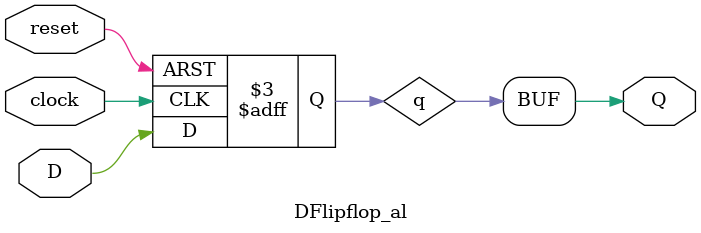
<source format=v>
`timescale 1ns / 1ns 


//this is are library aim to help Enum[E241 labs
//made by Kevin Xu and Linda Yu



//this module is use to display Hex number on the 7 segment display on DE-1
//num is a 4 bit input for a 4 bit(0 to 15) number to be displayed and hex is 
//a 7 bit out put intended to connect to each segment of a display
module bithex(num,hex); 
	input [3:0] num;
	output [6:0] hex;
	
	assign hex[0] = (~num[3] & ~num[2] & ~num[1] & num[0]) | (~num[3] & num[2]& ~num[1] & ~num[0]) 
		| (num[3]& ~num[2] & num[1] & num[0]) | (num[3] & num[2] & ~num[1] & num[0]);
	assign hex[1] = (~num[3] & num[2] & ~num[1] & num[0]) | (~num[3] & num[2] & num[1] & ~num[0]) 
		| (num[3] & ~num[2] & num[1] & num[0]) | (num[3] & num[2] & ~num[1] & ~num[0] ) 
		| (num[3] & num[2] & num[1] & ~num[0]) | (num[3] & num[2] & num[1] & num[0]);
	assign hex[2] = (~num[3] & ~num[2] & num[1] & ~num[0]) | (num[3] & num[2] & ~num[1] & ~num[0]) 
		| ( num[3] & num[2] & num[1] & ~num[0]) | (num[3] & num[2] & num[1] & num[0]);
	assign hex[3] = (~num[3] & ~num[2] & ~num[1] & num[0]) | ( ~num[3] & num[2] & ~num[1] & ~num[0]) 
		| ( ~num[3] & num[2] & num[1] & num[0]) | (num[3] & ~num[2] & ~num[1] & num[0]) 
		| (num[3] & ~num[2]& num[1] & ~num[0]) | (num[3] & num[2] & num[1] & num[0]);
	assign hex[4] = (~num[3] & ~num[2] & ~num[1] & num[0]) | ( ~num[3] & ~num[2] & num[1] & num[0]) 
		| (~num[3] & num[2] & ~num[1] & ~num[0]) | ( ~num[3] & num[2] & ~num[1] & num[0]) 
		| ( ~num[3] & num[2] & num[1] & num[0]) | (num[3] & ~num[2] & ~num[1] & num[0]);
	assign hex[5] = (~num[3] & ~num[2] & ~num[1] & num[0]) | (~num[3] & ~num[2] & num[1] & ~num[0]) 
		| ( ~num[3] & ~num[2] & num[1] & num[0]) | (~num[3] & num[2] & num[1] & num[0]) 
		| (num[3] & num[2] & ~num[1] & num[0]);
	assign hex[6] = (~num[3] & ~num[2] & ~num[1] & ~num[0]) | (~num[3] & ~num[2] & ~num[1] & num[0]) 
		| (~num[3] & num[2] & num[1] & num[0]) | (num[3] & num[2] & ~num[1] & ~num[0]);
endmodule



//this moudule is a 1bit positive edge trigered async reset TFlipflop
//T is data input, Q is output, clear is async active low
//this moudle will only work with DFlipflop_al module included
module TFlipflop_al(T, Q, clock, clear);
	input T;
	output Q;
	input clock;
	input clear;
	
	wire D;
	
	DFlipflop_al DFF0(D, clock, clear, Q);
	
	assign D = (T) ? ~Q : Q;
	
endmodule	



//this moudule is a 1 bit positive edge trigered async reset D flip flop
//D is data input, Q is output, reset is async active low
module DFlipflop_al(D, clock, reset, Q);
	input D;
	input clock;
	input reset;
	output Q;
	
	reg q;
	
	always@(posedge clock or negedge reset)
	begin
		if (~reset)
			q <= 0;
		else q <= D;
	end
	
	assign Q = q;
endmodule

</source>
